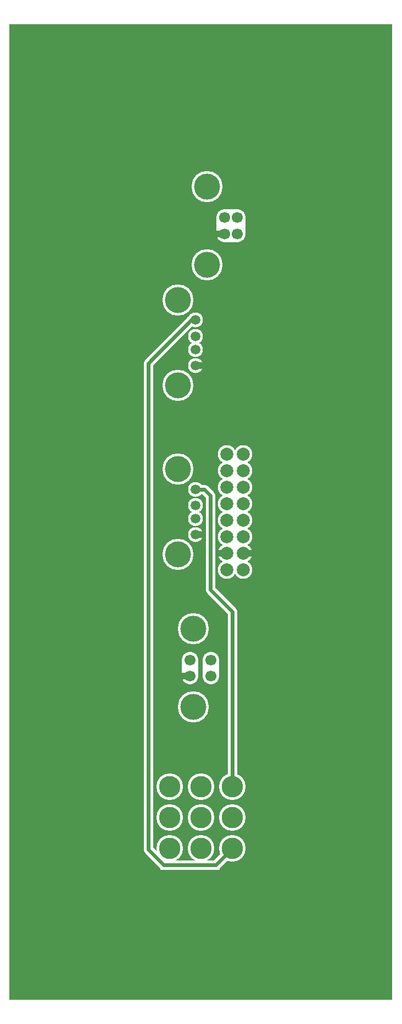
<source format=gbr>
%FSLAX34Y34*%
%MOMM*%
%LNSILK_TOP*%
G71*
G01*
%ADD10C, 4.00*%
%ADD11C, 2.80*%
%ADD12C, 1.00*%
%ADD13C, 1.40*%
%ADD14C, 2.50*%
%ADD15C, 0.00*%
%ADD16C, 4.80*%
%ADD17C, 2.30*%
%ADD18C, 4.80*%
%ADD19C, 2.50*%
%ADD20C, 4.80*%
%ADD21C, 4.10*%
%ADD22C, 2.00*%
%ADD23C, 0.60*%
%ADD24C, 4.00*%
%ADD25C, 1.50*%
%ADD26C, 1.70*%
%ADD27C, 4.00*%
%ADD28C, 3.30*%
%LPD*%
G36*
X-295000Y1220000D02*
X295000Y1220000D01*
X295000Y-280000D01*
X-295000Y-280000D01*
X-295000Y1220000D01*
G37*
%LPC*%
X-75000Y1000000D02*
G54D10*
D03*
X75000Y1000000D02*
G54D10*
D03*
X65100Y558900D02*
G54D11*
D03*
X39700Y558900D02*
G54D11*
D03*
X65100Y533500D02*
G54D11*
D03*
X39700Y533500D02*
G54D11*
D03*
X65100Y508100D02*
G54D11*
D03*
X39700Y508100D02*
G54D11*
D03*
X65100Y482700D02*
G54D11*
D03*
X39700Y482700D02*
G54D11*
D03*
X65100Y457300D02*
G54D11*
D03*
X39700Y457300D02*
G54D11*
D03*
X65100Y431900D02*
G54D11*
D03*
X39700Y431900D02*
G54D11*
D03*
X65100Y406500D02*
G54D11*
D03*
X39700Y406500D02*
G54D11*
D03*
X65100Y381100D02*
G54D11*
D03*
X39700Y381100D02*
G54D11*
D03*
X0Y600000D02*
G54D10*
D03*
G54D12*
X36350Y897500D02*
X27500Y897500D01*
G36*
X36350Y892500D02*
X36350Y902500D01*
X41350Y902500D01*
X41350Y892500D01*
X36350Y892500D01*
G37*
G36*
X27500Y902500D02*
X27500Y892500D01*
X22500Y892500D01*
X22500Y902500D01*
X27500Y902500D01*
G37*
G54D12*
X550Y695000D02*
X-8300Y695000D01*
G36*
X550Y690000D02*
X550Y700000D01*
X5550Y700000D01*
X5550Y690000D01*
X550Y690000D01*
G37*
G36*
X-8300Y700000D02*
X-8300Y690000D01*
X-13300Y690000D01*
X-13300Y700000D01*
X-8300Y700000D01*
G37*
G54D12*
X550Y435000D02*
X-8300Y435000D01*
G36*
X550Y430000D02*
X550Y440000D01*
X5550Y440000D01*
X5550Y430000D01*
X550Y430000D01*
G37*
G36*
X-8300Y440000D02*
X-8300Y430000D01*
X-13300Y430000D01*
X-13300Y440000D01*
X-8300Y440000D01*
G37*
G54D12*
X76450Y406500D02*
X65100Y406500D01*
G36*
X76450Y401500D02*
X76450Y411500D01*
X81450Y411500D01*
X81450Y401500D01*
X76450Y401500D01*
G37*
G36*
X65100Y411500D02*
X65100Y401500D01*
X60100Y401500D01*
X60100Y411500D01*
X65100Y411500D01*
G37*
G54D12*
X39700Y406500D02*
X28350Y406500D01*
G36*
X39700Y401500D02*
X39700Y411500D01*
X44700Y411500D01*
X44700Y401500D01*
X39700Y401500D01*
G37*
G36*
X28350Y411500D02*
X28350Y401500D01*
X23350Y401500D01*
X23350Y411500D01*
X28350Y411500D01*
G37*
G54D13*
X-8300Y505000D02*
X5000Y505000D01*
X14500Y495500D01*
X14500Y350500D01*
X48300Y316700D01*
X48300Y47000D01*
G54D13*
X48300Y-47000D02*
X22800Y-72500D01*
X-57500Y-72500D01*
X-81250Y-48750D01*
X-81250Y698750D01*
X-15000Y765000D01*
X-8300Y765000D01*
G36*
X56350Y897500D02*
X36350Y897500D01*
X36350Y922500D01*
X56350Y922500D01*
X56350Y897500D01*
G37*
G54D14*
X56350Y897500D02*
X36350Y897500D01*
X36350Y922500D01*
X56350Y922500D01*
X56350Y897500D01*
G36*
X27800Y-72500D02*
X27800Y-80000D01*
X-62500Y-80000D01*
X-62500Y-72500D01*
X27800Y-72500D01*
G37*
G54D15*
X27800Y-72500D02*
X27800Y-80000D01*
X-62500Y-80000D01*
X-62500Y-72500D01*
X27800Y-72500D01*
G36*
X44700Y558900D02*
X70100Y558900D01*
X70100Y381100D01*
X44700Y381100D01*
X44700Y558900D01*
G37*
G54D15*
X44700Y558900D02*
X70100Y558900D01*
X70100Y381100D01*
X44700Y381100D01*
X44700Y558900D01*
X-35400Y535782D02*
G54D16*
D03*
X-35400Y404382D02*
G54D16*
D03*
X-8300Y505000D02*
G54D17*
D03*
X-8300Y480000D02*
G54D17*
D03*
X-8300Y460000D02*
G54D17*
D03*
X-8300Y435000D02*
G54D17*
D03*
X-35400Y795782D02*
G54D16*
D03*
X-35400Y664382D02*
G54D16*
D03*
X-8300Y765000D02*
G54D17*
D03*
X-8300Y740000D02*
G54D17*
D03*
X-8300Y720000D02*
G54D17*
D03*
X-8300Y695000D02*
G54D17*
D03*
G36*
X36350Y922500D02*
X56350Y922500D01*
X56350Y897500D01*
X36350Y897500D01*
X36350Y922500D01*
G37*
G54D14*
X36350Y922500D02*
X56350Y922500D01*
X56350Y897500D01*
X36350Y897500D01*
X36350Y922500D01*
X9250Y970293D02*
G54D18*
D03*
X9250Y849893D02*
G54D18*
D03*
X36350Y922500D02*
G54D19*
D03*
X36350Y897500D02*
G54D19*
D03*
X56350Y922500D02*
G54D19*
D03*
X56350Y897500D02*
G54D19*
D03*
X-11500Y290293D02*
G54D20*
D03*
X-11500Y169893D02*
G54D20*
D03*
X-16550Y242500D02*
G54D19*
D03*
X-16550Y217500D02*
G54D19*
D03*
X15550Y242500D02*
G54D19*
D03*
X15550Y217500D02*
G54D19*
D03*
G36*
X15550Y242500D02*
X15550Y217500D01*
X15550Y217500D01*
X15550Y242500D01*
X15550Y242500D01*
G37*
G54D14*
X15550Y242500D02*
X15550Y217500D01*
X15550Y217500D01*
X15550Y242500D01*
X15550Y242500D01*
G36*
X-16550Y242500D02*
X-16550Y217500D01*
X-16550Y217500D01*
X-16550Y242500D01*
X-16550Y242500D01*
G37*
G54D14*
X-16550Y242500D02*
X-16550Y217500D01*
X-16550Y217500D01*
X-16550Y242500D01*
X-16550Y242500D01*
X48300Y-47000D02*
G54D21*
D03*
X0Y-47000D02*
G54D21*
D03*
X48300Y0D02*
G54D21*
D03*
X0Y0D02*
G54D21*
D03*
X48300Y47000D02*
G54D21*
D03*
X0Y47000D02*
G54D21*
D03*
X-48300Y-47000D02*
G54D21*
D03*
X-48300Y0D02*
G54D21*
D03*
X-48300Y47000D02*
G54D21*
D03*
G54D12*
X-16550Y217500D02*
X-25400Y217500D01*
G36*
X-16550Y212500D02*
X-16550Y222500D01*
X-11550Y222500D01*
X-11550Y212500D01*
X-16550Y212500D01*
G37*
G36*
X-25400Y222500D02*
X-25400Y212500D01*
X-30400Y212500D01*
X-30400Y222500D01*
X-25400Y222500D01*
G37*
%LPD*%
X-75000Y1000000D02*
G54D10*
D03*
X75000Y1000000D02*
G54D10*
D03*
X65100Y558900D02*
G54D22*
D03*
X39700Y558900D02*
G54D22*
D03*
X65100Y533500D02*
G54D22*
D03*
X39700Y533500D02*
G54D22*
D03*
X65100Y508100D02*
G54D22*
D03*
X39700Y508100D02*
G54D22*
D03*
X65100Y482700D02*
G54D22*
D03*
X39700Y482700D02*
G54D22*
D03*
X65100Y457300D02*
G54D22*
D03*
X39700Y457300D02*
G54D22*
D03*
X65100Y431900D02*
G54D22*
D03*
X39700Y431900D02*
G54D22*
D03*
X65100Y406500D02*
G54D22*
D03*
X39700Y406500D02*
G54D22*
D03*
X65100Y381100D02*
G54D22*
D03*
X39700Y381100D02*
G54D22*
D03*
X0Y600000D02*
G54D10*
D03*
G54D12*
X36350Y897500D02*
X27500Y897500D01*
G36*
X36350Y892500D02*
X36350Y902500D01*
X41350Y902500D01*
X41350Y892500D01*
X36350Y892500D01*
G37*
G36*
X27500Y902500D02*
X27500Y892500D01*
X22500Y892500D01*
X22500Y902500D01*
X27500Y902500D01*
G37*
G54D12*
X550Y695000D02*
X-8300Y695000D01*
G36*
X550Y690000D02*
X550Y700000D01*
X5550Y700000D01*
X5550Y690000D01*
X550Y690000D01*
G37*
G36*
X-8300Y700000D02*
X-8300Y690000D01*
X-13300Y690000D01*
X-13300Y700000D01*
X-8300Y700000D01*
G37*
G54D12*
X550Y435000D02*
X-8300Y435000D01*
G36*
X550Y430000D02*
X550Y440000D01*
X5550Y440000D01*
X5550Y430000D01*
X550Y430000D01*
G37*
G36*
X-8300Y440000D02*
X-8300Y430000D01*
X-13300Y430000D01*
X-13300Y440000D01*
X-8300Y440000D01*
G37*
G54D12*
X76450Y406500D02*
X65100Y406500D01*
G36*
X76450Y401500D02*
X76450Y411500D01*
X81450Y411500D01*
X81450Y401500D01*
X76450Y401500D01*
G37*
G36*
X65100Y411500D02*
X65100Y401500D01*
X60100Y401500D01*
X60100Y411500D01*
X65100Y411500D01*
G37*
G54D12*
X39700Y406500D02*
X28350Y406500D01*
G36*
X39700Y401500D02*
X39700Y411500D01*
X44700Y411500D01*
X44700Y401500D01*
X39700Y401500D01*
G37*
G36*
X28350Y411500D02*
X28350Y401500D01*
X23350Y401500D01*
X23350Y411500D01*
X28350Y411500D01*
G37*
G54D23*
X-8300Y505000D02*
X5000Y505000D01*
X14500Y495500D01*
X14500Y350500D01*
X48300Y316700D01*
X48300Y47000D01*
G54D23*
X48300Y-47000D02*
X22800Y-72500D01*
X-57500Y-72500D01*
X-81250Y-48750D01*
X-81250Y698750D01*
X-15000Y765000D01*
X-8300Y765000D01*
X-35400Y535782D02*
G54D24*
D03*
X-35400Y404382D02*
G54D24*
D03*
X-8300Y505000D02*
G54D25*
D03*
X-8300Y480000D02*
G54D25*
D03*
X-8300Y460000D02*
G54D25*
D03*
X-8300Y435000D02*
G54D25*
D03*
X-35400Y795782D02*
G54D24*
D03*
X-35400Y664382D02*
G54D24*
D03*
X-8300Y765000D02*
G54D25*
D03*
X-8300Y740000D02*
G54D25*
D03*
X-8300Y720000D02*
G54D25*
D03*
X-8300Y695000D02*
G54D25*
D03*
X9250Y970293D02*
G54D10*
D03*
X9250Y849893D02*
G54D10*
D03*
X36350Y922500D02*
G54D26*
D03*
X36350Y897500D02*
G54D26*
D03*
X56350Y922500D02*
G54D26*
D03*
X56350Y897500D02*
G54D26*
D03*
X-11500Y290293D02*
G54D27*
D03*
X-11500Y169893D02*
G54D27*
D03*
X-16550Y242500D02*
G54D26*
D03*
X-16550Y217500D02*
G54D26*
D03*
X15550Y242500D02*
G54D26*
D03*
X15550Y217500D02*
G54D26*
D03*
X48300Y-47000D02*
G54D28*
D03*
X0Y-47000D02*
G54D28*
D03*
X48300Y0D02*
G54D28*
D03*
X0Y0D02*
G54D28*
D03*
X48300Y47000D02*
G54D28*
D03*
X0Y47000D02*
G54D28*
D03*
X-48300Y-47000D02*
G54D28*
D03*
X-48300Y0D02*
G54D28*
D03*
X-48300Y47000D02*
G54D28*
D03*
G54D12*
X-16550Y217500D02*
X-25400Y217500D01*
G36*
X-16550Y212500D02*
X-16550Y222500D01*
X-11550Y222500D01*
X-11550Y212500D01*
X-16550Y212500D01*
G37*
G36*
X-25400Y222500D02*
X-25400Y212500D01*
X-30400Y212500D01*
X-30400Y222500D01*
X-25400Y222500D01*
G37*
M02*

</source>
